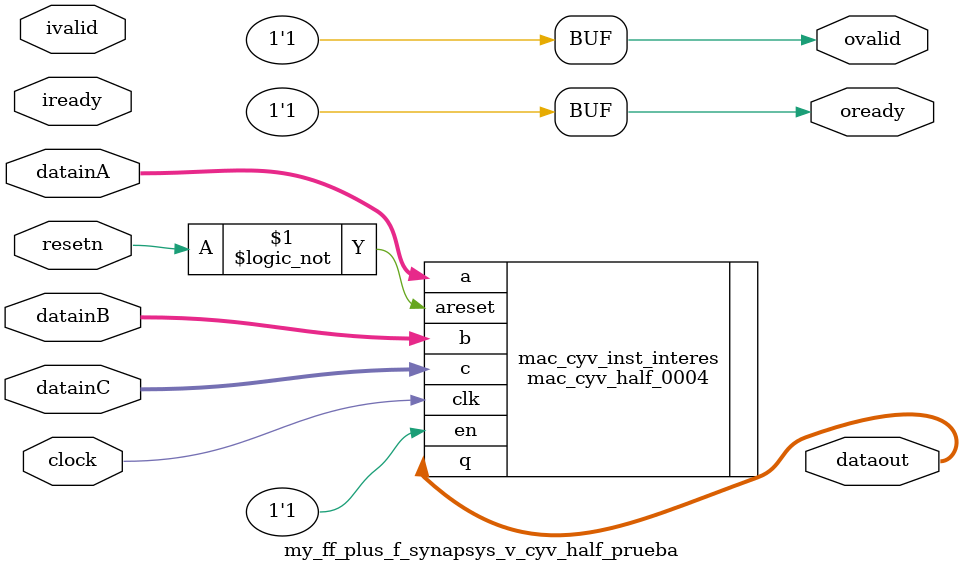
<source format=v>
module my_ff_plus_f_synapsys_v_cyv_half_prueba (

	input   clock,
	input   resetn,
	input   ivalid, 
	input   iready,
	output  ovalid, 
	output  oready,
	input   [31:0] datainC,	
	input   [15:0]  datainA,
	input   [15:0] datainB,
	output   [31:0]  dataout);
	
	
	
	/*
  logic [31:0] result_float;
  logic [31:0] result_float_reg;
  logic [31:0] result_float_reg2;
  logic [15:0] resulta_sfixed;
  
  logic		valid_reg;
  logic 	valid_reg2;
  logic		valid_reg3;
  logic		valid_reg4;
  logic signed [31:0] resulta_sfixed_reg1;
  
  logic [15:0] datain_reg, datain_reg2,datain_reg3, datain_reg4;
  */
  assign ovalid = 1'b1;
  assign oready = 1'b1;
  // ivalid, iready, resetn are ignored
  
/*
	multiplicador_ff u0 ( //latencia de 3
		.clk    (clock),    //   input,   width = 1,    clk.clk
		.areset (!resetn), //   input,   width = 1, areset.reset
		.a      (datainA),      //   input,  width = 32,      a.a
		.b      (datainB),      //   input,  width = 32,      b.b
		.q      (result_float)       //  output,  width = 32,      q.q
	);
	*/
	
	//latencia 4
	mac_cyv_half_0004 mac_cyv_inst_interes (
		.clk    (clock),    //    clk.clk
		.areset (!resetn), // areset.reset
		.en     (1'b1),     //     en.en
		.a      (datainA),      //      a.a
		.b      (datainB),      //      b.b
		.c      (datainC),      //      c.c
		.q      (dataout)       //      q.q
	);


	 
	 
endmodule

</source>
